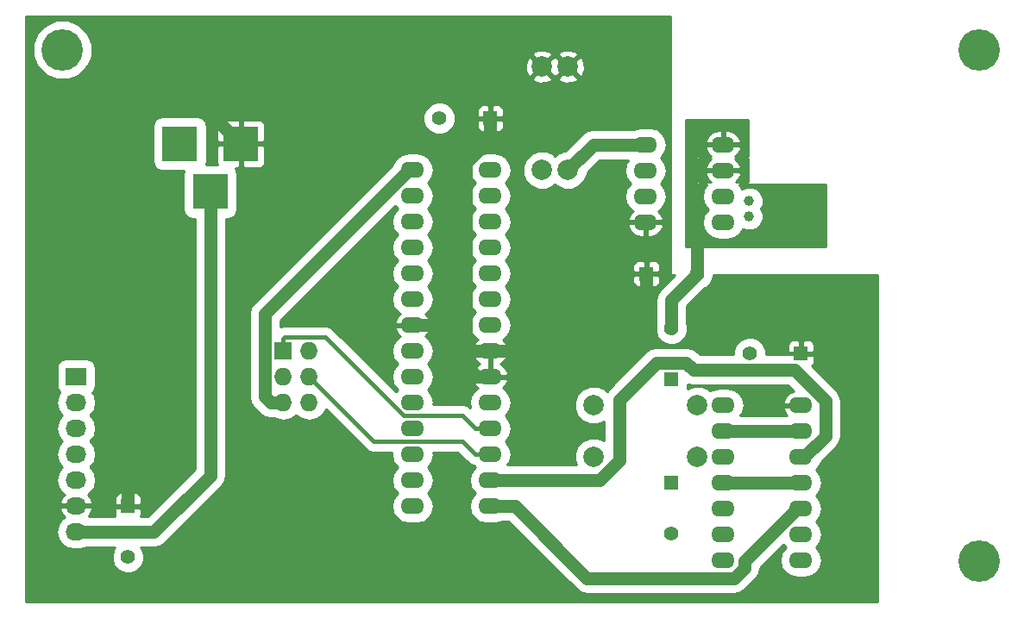
<source format=gbr>
G04 #@! TF.FileFunction,Copper,L1,Top,Signal*
%FSLAX46Y46*%
G04 Gerber Fmt 4.6, Leading zero omitted, Abs format (unit mm)*
G04 Created by KiCad (PCBNEW (2015-12-07 BZR 6352)-product) date Sat 06 Feb 2016 07:57:05 PM EST*
%MOMM*%
G01*
G04 APERTURE LIST*
%ADD10C,0.100000*%
%ADD11R,3.500120X3.500120*%
%ADD12O,2.300000X1.600000*%
%ADD13R,1.400000X1.400000*%
%ADD14C,1.400000*%
%ADD15R,1.727200X1.727200*%
%ADD16O,1.727200X1.727200*%
%ADD17C,1.998980*%
%ADD18C,1.000760*%
%ADD19C,4.064000*%
%ADD20R,2.032000X1.727200*%
%ADD21O,2.032000X1.727200*%
%ADD22C,1.270000*%
%ADD23C,0.431800*%
%ADD24C,0.254000*%
G04 APERTURE END LIST*
D10*
D11*
X22509480Y45950500D03*
X16510000Y45950500D03*
X19509740Y41251500D03*
D12*
X69850000Y20270500D03*
X69850000Y17730500D03*
X69850000Y15190500D03*
X69850000Y12650500D03*
X69850000Y10110500D03*
X69850000Y7570500D03*
X69850000Y5030500D03*
X77470000Y5030500D03*
X77470000Y7570500D03*
X77470000Y10110500D03*
X77470000Y12650500D03*
X77470000Y15190500D03*
X77470000Y17730500D03*
X77470000Y20270500D03*
D13*
X64770000Y12650500D03*
D14*
X64770000Y7650500D03*
D13*
X64770000Y22810500D03*
D14*
X64770000Y27810500D03*
D13*
X62310000Y33170500D03*
D14*
X67310000Y33170500D03*
D13*
X46990000Y48450500D03*
D14*
X41990000Y48450500D03*
D13*
X11430000Y10350500D03*
D14*
X11430000Y5350500D03*
D13*
X77470000Y25350500D03*
D14*
X72470000Y25350500D03*
D12*
X39370000Y43370500D03*
X39370000Y40830500D03*
X39370000Y38290500D03*
X39370000Y35750500D03*
X39370000Y33210500D03*
X39370000Y30670500D03*
X39370000Y28130500D03*
X39370000Y25590500D03*
X39370000Y23050500D03*
X39370000Y20510500D03*
X39370000Y17970500D03*
X39370000Y15430500D03*
X39370000Y12890500D03*
X39370000Y10350500D03*
X46990000Y10350500D03*
X46990000Y12890500D03*
X46990000Y15430500D03*
X46990000Y17970500D03*
X46990000Y20510500D03*
X46990000Y23050500D03*
X46990000Y25590500D03*
X46990000Y28130500D03*
X46990000Y30670500D03*
X46990000Y33210500D03*
X46990000Y35750500D03*
X46990000Y38290500D03*
X46990000Y40830500D03*
X46990000Y43370500D03*
D15*
X26670000Y25590500D03*
D16*
X29210000Y25590500D03*
X26670000Y23050500D03*
X29210000Y23050500D03*
X26670000Y20510500D03*
X29210000Y20510500D03*
D17*
X67310000Y15190500D03*
X57150000Y15190500D03*
X67310000Y20270500D03*
X57150000Y20270500D03*
D12*
X69850000Y38250500D03*
X69850000Y40790500D03*
X69850000Y43330500D03*
X69850000Y45870500D03*
X62230000Y45870500D03*
X62230000Y43330500D03*
X62230000Y40790500D03*
X62230000Y38250500D03*
D18*
X72390000Y40309800D03*
X72390000Y38811200D03*
D19*
X94990000Y55170500D03*
X4990000Y55170500D03*
X94990000Y4990500D03*
D17*
X52070000Y43370500D03*
X52070000Y53530500D03*
X54610000Y43370500D03*
X54610000Y53530500D03*
D20*
X6350000Y23090500D03*
D21*
X6350000Y20550500D03*
X6350000Y18010500D03*
X6350000Y15470500D03*
X6350000Y12930500D03*
X6350000Y10390500D03*
X6350000Y7850500D03*
D22*
X64770000Y27810500D02*
X64770000Y30630500D01*
X64770000Y30630500D02*
X67310000Y33170500D01*
X13970000Y7810500D02*
X13930000Y7850500D01*
X13930000Y7850500D02*
X6350000Y7850500D01*
X19509740Y13350240D02*
X13970000Y7810500D01*
X19509740Y41251500D02*
X19509740Y13350240D01*
X67310000Y33170500D02*
X67310000Y37020500D01*
X22509480Y45950500D02*
X19819619Y48640361D01*
X11430000Y46062262D02*
X11430000Y10350500D01*
X46990000Y25590500D02*
X56700000Y25590500D01*
X56700000Y25590500D02*
X62310000Y31200500D01*
X62310000Y31200500D02*
X62310000Y33170500D01*
X44570000Y27660500D02*
X44570000Y25590500D01*
X44570000Y25590500D02*
X44570000Y24200500D01*
X46990000Y25590500D02*
X44570000Y25590500D01*
X44570000Y24200500D02*
X45720000Y23050500D01*
X45720000Y23050500D02*
X46990000Y23050500D01*
X44570000Y27660500D02*
X44100000Y28130500D01*
X44100000Y28130500D02*
X39370000Y28130500D01*
X46990000Y48450500D02*
X46990000Y46480500D01*
X46640000Y25590500D02*
X46990000Y25590500D01*
X46990000Y46480500D02*
X44570000Y44060500D01*
X44570000Y44060500D02*
X44570000Y27660500D01*
X26670000Y20510500D02*
X25448686Y20510500D01*
X25448686Y20510500D02*
X24866599Y21092587D01*
X24866599Y21092587D02*
X24866599Y29217099D01*
X24866599Y29217099D02*
X39020000Y43370500D01*
X39020000Y43370500D02*
X39370000Y43370500D01*
X77470000Y10110500D02*
X77120000Y10110500D01*
X77120000Y10110500D02*
X71939810Y4930310D01*
X71939810Y4930310D02*
X71939810Y4309848D01*
X70920652Y3290690D02*
X56469810Y3290690D01*
X71939810Y4309848D02*
X70920652Y3290690D01*
X56469810Y3290690D02*
X49410000Y10350500D01*
X49410000Y10350500D02*
X46990000Y10350500D01*
X57720152Y12890500D02*
X46990000Y12890500D01*
X59690000Y20822142D02*
X59690000Y14860348D01*
X59690000Y14860348D02*
X57720152Y12890500D01*
X77470000Y15190500D02*
X77820000Y15190500D01*
X77820000Y15190500D02*
X79890000Y17260500D01*
X79890000Y20660962D02*
X76840263Y23710699D01*
X79890000Y17260500D02*
X79890000Y20660962D01*
X66221841Y24450301D02*
X63318159Y24450301D01*
X76840263Y23710699D02*
X66961443Y23710699D01*
X66961443Y23710699D02*
X66221841Y24450301D01*
X63318159Y24450301D02*
X59690000Y20822142D01*
D23*
X29210000Y23050500D02*
X35559910Y16700590D01*
X35559910Y16700590D02*
X44239710Y16700590D01*
X44239710Y16700590D02*
X45509800Y15430500D01*
X45509800Y15430500D02*
X46990000Y15430500D01*
X26670000Y25590500D02*
X26670000Y26784300D01*
X26670000Y26784300D02*
X26809701Y26924001D01*
X26809701Y26924001D02*
X30810576Y26924001D01*
X30810576Y26924001D02*
X38494167Y19240410D01*
X38494167Y19240410D02*
X44239890Y19240410D01*
X44239890Y19240410D02*
X45509800Y17970500D01*
X45509800Y17970500D02*
X46990000Y17970500D01*
D22*
X62230000Y45870500D02*
X57110000Y45870500D01*
X57110000Y45870500D02*
X54610000Y43370500D01*
X69850000Y17730500D02*
X77470000Y17730500D01*
X69850000Y12650500D02*
X77470000Y12650500D01*
D24*
G36*
X72263000Y44727500D02*
X71033307Y44727500D01*
X71304500Y44945604D01*
X71574367Y45438681D01*
X71591904Y45521461D01*
X71469915Y45743500D01*
X69977000Y45743500D01*
X69977000Y45723500D01*
X69723000Y45723500D01*
X69723000Y45743500D01*
X68230085Y45743500D01*
X68108096Y45521461D01*
X68125633Y45438681D01*
X68395500Y44945604D01*
X68666693Y44727500D01*
X67310000Y44727500D01*
X67260590Y44717494D01*
X67218965Y44689053D01*
X67191685Y44646659D01*
X67183000Y44600500D01*
X67183000Y42060500D01*
X67193006Y42011090D01*
X67221447Y41969465D01*
X67263841Y41942185D01*
X67310000Y41933500D01*
X68231471Y41933500D01*
X67899621Y41436852D01*
X67771054Y40790500D01*
X67899621Y40144148D01*
X68265751Y39596197D01*
X68379039Y39520500D01*
X68265751Y39444803D01*
X67899621Y38896852D01*
X67771054Y38250500D01*
X67899621Y37604148D01*
X68265751Y37056197D01*
X68813702Y36690067D01*
X69460054Y36561500D01*
X70239946Y36561500D01*
X70886298Y36690067D01*
X71434249Y37056197D01*
X71772911Y37563039D01*
X72112423Y37422061D01*
X72665152Y37421579D01*
X73175993Y37632654D01*
X73567173Y38023152D01*
X73779139Y38533623D01*
X73779621Y39086352D01*
X73583485Y39561037D01*
X73779139Y40032223D01*
X73779621Y40584952D01*
X73568546Y41095793D01*
X73178048Y41486973D01*
X72667577Y41698939D01*
X72114848Y41699421D01*
X71730930Y41540789D01*
X71468529Y41933500D01*
X79883000Y41933500D01*
X79883000Y35837500D01*
X66167000Y35837500D01*
X66167000Y46219539D01*
X68108096Y46219539D01*
X68230085Y45997500D01*
X69723000Y45997500D01*
X69723000Y47305500D01*
X69977000Y47305500D01*
X69977000Y45997500D01*
X71469915Y45997500D01*
X71591904Y46219539D01*
X71574367Y46302319D01*
X71304500Y46795396D01*
X70866483Y47147666D01*
X70327000Y47305500D01*
X69977000Y47305500D01*
X69723000Y47305500D01*
X69373000Y47305500D01*
X68833517Y47147666D01*
X68395500Y46795396D01*
X68125633Y46302319D01*
X68108096Y46219539D01*
X66167000Y46219539D01*
X66167000Y48323500D01*
X72263000Y48323500D01*
X72263000Y44727500D01*
X72263000Y44727500D01*
G37*
X72263000Y44727500D02*
X71033307Y44727500D01*
X71304500Y44945604D01*
X71574367Y45438681D01*
X71591904Y45521461D01*
X71469915Y45743500D01*
X69977000Y45743500D01*
X69977000Y45723500D01*
X69723000Y45723500D01*
X69723000Y45743500D01*
X68230085Y45743500D01*
X68108096Y45521461D01*
X68125633Y45438681D01*
X68395500Y44945604D01*
X68666693Y44727500D01*
X67310000Y44727500D01*
X67260590Y44717494D01*
X67218965Y44689053D01*
X67191685Y44646659D01*
X67183000Y44600500D01*
X67183000Y42060500D01*
X67193006Y42011090D01*
X67221447Y41969465D01*
X67263841Y41942185D01*
X67310000Y41933500D01*
X68231471Y41933500D01*
X67899621Y41436852D01*
X67771054Y40790500D01*
X67899621Y40144148D01*
X68265751Y39596197D01*
X68379039Y39520500D01*
X68265751Y39444803D01*
X67899621Y38896852D01*
X67771054Y38250500D01*
X67899621Y37604148D01*
X68265751Y37056197D01*
X68813702Y36690067D01*
X69460054Y36561500D01*
X70239946Y36561500D01*
X70886298Y36690067D01*
X71434249Y37056197D01*
X71772911Y37563039D01*
X72112423Y37422061D01*
X72665152Y37421579D01*
X73175993Y37632654D01*
X73567173Y38023152D01*
X73779139Y38533623D01*
X73779621Y39086352D01*
X73583485Y39561037D01*
X73779139Y40032223D01*
X73779621Y40584952D01*
X73568546Y41095793D01*
X73178048Y41486973D01*
X72667577Y41698939D01*
X72114848Y41699421D01*
X71730930Y41540789D01*
X71468529Y41933500D01*
X79883000Y41933500D01*
X79883000Y35837500D01*
X66167000Y35837500D01*
X66167000Y46219539D01*
X68108096Y46219539D01*
X68230085Y45997500D01*
X69723000Y45997500D01*
X69723000Y47305500D01*
X69977000Y47305500D01*
X69977000Y45997500D01*
X71469915Y45997500D01*
X71591904Y46219539D01*
X71574367Y46302319D01*
X71304500Y46795396D01*
X70866483Y47147666D01*
X70327000Y47305500D01*
X69977000Y47305500D01*
X69723000Y47305500D01*
X69373000Y47305500D01*
X68833517Y47147666D01*
X68395500Y46795396D01*
X68125633Y46302319D01*
X68108096Y46219539D01*
X66167000Y46219539D01*
X66167000Y48323500D01*
X72263000Y48323500D01*
X72263000Y44727500D01*
G36*
X68395500Y44255396D02*
X68125633Y43762319D01*
X68108096Y43679539D01*
X68230085Y43457500D01*
X69723000Y43457500D01*
X69723000Y43477500D01*
X69977000Y43477500D01*
X69977000Y43457500D01*
X71469915Y43457500D01*
X71591904Y43679539D01*
X71574367Y43762319D01*
X71304500Y44255396D01*
X71033307Y44473500D01*
X72263000Y44473500D01*
X72263000Y42187500D01*
X71130892Y42187500D01*
X71077591Y42223115D01*
X71304500Y42405604D01*
X71574367Y42898681D01*
X71591904Y42981461D01*
X71469915Y43203500D01*
X69977000Y43203500D01*
X69977000Y43183500D01*
X69723000Y43183500D01*
X69723000Y43203500D01*
X68230085Y43203500D01*
X68108096Y42981461D01*
X68125633Y42898681D01*
X68395500Y42405604D01*
X68622409Y42223115D01*
X68569108Y42187500D01*
X67437000Y42187500D01*
X67437000Y44473500D01*
X68666693Y44473500D01*
X68395500Y44255396D01*
X68395500Y44255396D01*
G37*
X68395500Y44255396D02*
X68125633Y43762319D01*
X68108096Y43679539D01*
X68230085Y43457500D01*
X69723000Y43457500D01*
X69723000Y43477500D01*
X69977000Y43477500D01*
X69977000Y43457500D01*
X71469915Y43457500D01*
X71591904Y43679539D01*
X71574367Y43762319D01*
X71304500Y44255396D01*
X71033307Y44473500D01*
X72263000Y44473500D01*
X72263000Y42187500D01*
X71130892Y42187500D01*
X71077591Y42223115D01*
X71304500Y42405604D01*
X71574367Y42898681D01*
X71591904Y42981461D01*
X71469915Y43203500D01*
X69977000Y43203500D01*
X69977000Y43183500D01*
X69723000Y43183500D01*
X69723000Y43203500D01*
X68230085Y43203500D01*
X68108096Y42981461D01*
X68125633Y42898681D01*
X68395500Y42405604D01*
X68622409Y42223115D01*
X68569108Y42187500D01*
X67437000Y42187500D01*
X67437000Y44473500D01*
X68666693Y44473500D01*
X68395500Y44255396D01*
G36*
X64643000Y33210500D02*
X64653006Y33161090D01*
X64681447Y33119465D01*
X64723841Y33092185D01*
X64770000Y33083500D01*
X65067739Y33083500D01*
X63692369Y31708131D01*
X63362008Y31213710D01*
X63246000Y30630500D01*
X63246000Y28283829D01*
X63181277Y28127958D01*
X63180725Y27495815D01*
X63422126Y26911580D01*
X63868729Y26464197D01*
X64452542Y26221777D01*
X65084685Y26221225D01*
X65668920Y26462626D01*
X66116303Y26909229D01*
X66358723Y27493042D01*
X66359275Y28125185D01*
X66294000Y28283163D01*
X66294000Y29999238D01*
X68052936Y31758175D01*
X68208920Y31822626D01*
X68656303Y32269229D01*
X68898723Y32853042D01*
X68898924Y33083500D01*
X84963000Y33083500D01*
X84963000Y934500D01*
X1397000Y934500D01*
X1397000Y7850500D01*
X4407679Y7850500D01*
X4541088Y7179809D01*
X4921004Y6611225D01*
X5489588Y6231309D01*
X6160279Y6097900D01*
X6539721Y6097900D01*
X7210412Y6231309D01*
X7352875Y6326500D01*
X10158557Y6326500D01*
X10083697Y6251771D01*
X9841277Y5667958D01*
X9840725Y5035815D01*
X10082126Y4451580D01*
X10528729Y4004197D01*
X11112542Y3761777D01*
X11744685Y3761225D01*
X12328920Y4002626D01*
X12776303Y4449229D01*
X13018723Y5033042D01*
X13019275Y5665185D01*
X12777874Y6249420D01*
X12700928Y6326500D01*
X13768902Y6326500D01*
X13970000Y6286499D01*
X14553209Y6402507D01*
X15047631Y6732869D01*
X20587368Y12272607D01*
X20587371Y12272609D01*
X20917732Y12767030D01*
X21033740Y13350240D01*
X21033740Y29217099D01*
X23342599Y29217099D01*
X23342599Y21092587D01*
X23458607Y20509377D01*
X23784467Y20021692D01*
X23788968Y20014956D01*
X24371055Y19432869D01*
X24865476Y19102508D01*
X25448686Y18986500D01*
X25822511Y18986500D01*
X25964974Y18891309D01*
X26635665Y18757900D01*
X26704335Y18757900D01*
X27375026Y18891309D01*
X27940000Y19268813D01*
X28504974Y18891309D01*
X29175665Y18757900D01*
X29244335Y18757900D01*
X29915026Y18891309D01*
X30483610Y19271225D01*
X30861363Y19836573D01*
X34778628Y15919308D01*
X35137083Y15679796D01*
X35559910Y15595690D01*
X37323912Y15595690D01*
X37291054Y15430500D01*
X37419621Y14784148D01*
X37785751Y14236197D01*
X37899039Y14160500D01*
X37785751Y14084803D01*
X37419621Y13536852D01*
X37291054Y12890500D01*
X37419621Y12244148D01*
X37785751Y11696197D01*
X37899039Y11620500D01*
X37785751Y11544803D01*
X37419621Y10996852D01*
X37291054Y10350500D01*
X37419621Y9704148D01*
X37785751Y9156197D01*
X38333702Y8790067D01*
X38980054Y8661500D01*
X39759946Y8661500D01*
X40406298Y8790067D01*
X40954249Y9156197D01*
X41320379Y9704148D01*
X41448946Y10350500D01*
X41320379Y10996852D01*
X40954249Y11544803D01*
X40840961Y11620500D01*
X40954249Y11696197D01*
X41320379Y12244148D01*
X41448946Y12890500D01*
X41320379Y13536852D01*
X40954249Y14084803D01*
X40840961Y14160500D01*
X40954249Y14236197D01*
X41320379Y14784148D01*
X41448946Y15430500D01*
X41416088Y15595690D01*
X43782046Y15595690D01*
X44728518Y14649217D01*
X45086974Y14409705D01*
X45320908Y14363173D01*
X45405751Y14236197D01*
X45519039Y14160500D01*
X45405751Y14084803D01*
X45039621Y13536852D01*
X44911054Y12890500D01*
X45039621Y12244148D01*
X45405751Y11696197D01*
X45519039Y11620500D01*
X45405751Y11544803D01*
X45039621Y10996852D01*
X44911054Y10350500D01*
X45039621Y9704148D01*
X45405751Y9156197D01*
X45953702Y8790067D01*
X46600054Y8661500D01*
X47379946Y8661500D01*
X48026298Y8790067D01*
X48080824Y8826500D01*
X48778738Y8826500D01*
X55392179Y2213059D01*
X55886600Y1882698D01*
X56469810Y1766690D01*
X70920652Y1766690D01*
X71503862Y1882698D01*
X71998283Y2213059D01*
X73017441Y3232217D01*
X73211280Y3522318D01*
X73347802Y3726638D01*
X73461128Y4296366D01*
X75747647Y6582885D01*
X75885751Y6376197D01*
X75999039Y6300500D01*
X75885751Y6224803D01*
X75519621Y5676852D01*
X75391054Y5030500D01*
X75519621Y4384148D01*
X75885751Y3836197D01*
X76433702Y3470067D01*
X77080054Y3341500D01*
X77859946Y3341500D01*
X78506298Y3470067D01*
X79054249Y3836197D01*
X79420379Y4384148D01*
X79548946Y5030500D01*
X79420379Y5676852D01*
X79054249Y6224803D01*
X78940961Y6300500D01*
X79054249Y6376197D01*
X79420379Y6924148D01*
X79548946Y7570500D01*
X79420379Y8216852D01*
X79054249Y8764803D01*
X78940961Y8840500D01*
X79054249Y8916197D01*
X79420379Y9464148D01*
X79548946Y10110500D01*
X79420379Y10756852D01*
X79054249Y11304803D01*
X78940961Y11380500D01*
X79054249Y11456197D01*
X79420379Y12004148D01*
X79548946Y12650500D01*
X79420379Y13296852D01*
X79054249Y13844803D01*
X78940961Y13920500D01*
X79054249Y13996197D01*
X79420379Y14544148D01*
X79443091Y14658329D01*
X80967631Y16182869D01*
X81033534Y16281500D01*
X81297992Y16677290D01*
X81414000Y17260500D01*
X81414000Y20660962D01*
X81297992Y21244172D01*
X80967631Y21738593D01*
X80967628Y21738595D01*
X78561874Y24144349D01*
X78708327Y24290801D01*
X78805000Y24524190D01*
X78805000Y25064750D01*
X78646250Y25223500D01*
X77597000Y25223500D01*
X77597000Y25203500D01*
X77343000Y25203500D01*
X77343000Y25223500D01*
X76896564Y25223500D01*
X76840263Y25234699D01*
X74058899Y25234699D01*
X74059275Y25665185D01*
X73847876Y26176810D01*
X76135000Y26176810D01*
X76135000Y25636250D01*
X76293750Y25477500D01*
X77343000Y25477500D01*
X77343000Y26526750D01*
X77597000Y26526750D01*
X77597000Y25477500D01*
X78646250Y25477500D01*
X78805000Y25636250D01*
X78805000Y26176810D01*
X78708327Y26410199D01*
X78529698Y26588827D01*
X78296309Y26685500D01*
X77755750Y26685500D01*
X77597000Y26526750D01*
X77343000Y26526750D01*
X77184250Y26685500D01*
X76643691Y26685500D01*
X76410302Y26588827D01*
X76231673Y26410199D01*
X76135000Y26176810D01*
X73847876Y26176810D01*
X73817874Y26249420D01*
X73371271Y26696803D01*
X72787458Y26939223D01*
X72155315Y26939775D01*
X71571080Y26698374D01*
X71123697Y26251771D01*
X70881277Y25667958D01*
X70880899Y25234699D01*
X67592705Y25234699D01*
X67299472Y25527932D01*
X67089908Y25667958D01*
X66805051Y25858293D01*
X66221841Y25974301D01*
X63318164Y25974301D01*
X63318159Y25974302D01*
X62734950Y25858294D01*
X62734948Y25858293D01*
X62734949Y25858293D01*
X62240528Y25527932D01*
X62240526Y25527929D01*
X58612369Y21899773D01*
X58443805Y21647498D01*
X58221141Y21870551D01*
X57527292Y22158662D01*
X56776004Y22159317D01*
X56081654Y21872418D01*
X55549949Y21341641D01*
X55261838Y20647792D01*
X55261183Y19896504D01*
X55548082Y19202154D01*
X56078859Y18670449D01*
X56772708Y18382338D01*
X57523996Y18381683D01*
X58166000Y18646953D01*
X58166000Y16813448D01*
X57527292Y17078662D01*
X56776004Y17079317D01*
X56081654Y16792418D01*
X55549949Y16261641D01*
X55261838Y15567792D01*
X55261183Y14816504D01*
X55427287Y14414500D01*
X48693388Y14414500D01*
X48940379Y14784148D01*
X49068946Y15430500D01*
X48940379Y16076852D01*
X48574249Y16624803D01*
X48460961Y16700500D01*
X48574249Y16776197D01*
X48940379Y17324148D01*
X49068946Y17970500D01*
X48940379Y18616852D01*
X48574249Y19164803D01*
X48460961Y19240500D01*
X48574249Y19316197D01*
X48940379Y19864148D01*
X49068946Y20510500D01*
X48940379Y21156852D01*
X48574249Y21704803D01*
X48217591Y21943115D01*
X48444500Y22125604D01*
X48714367Y22618681D01*
X48731904Y22701461D01*
X48609915Y22923500D01*
X47117000Y22923500D01*
X47117000Y22903500D01*
X46863000Y22903500D01*
X46863000Y22923500D01*
X45370085Y22923500D01*
X45248096Y22701461D01*
X45265633Y22618681D01*
X45535500Y22125604D01*
X45762409Y21943115D01*
X45405751Y21704803D01*
X45039621Y21156852D01*
X44911054Y20510500D01*
X45006308Y20031624D01*
X44662717Y20261204D01*
X44239890Y20345310D01*
X41416088Y20345310D01*
X41448946Y20510500D01*
X41320379Y21156852D01*
X40954249Y21704803D01*
X40840961Y21780500D01*
X40954249Y21856197D01*
X41320379Y22404148D01*
X41448946Y23050500D01*
X41320379Y23696852D01*
X40954249Y24244803D01*
X40840961Y24320500D01*
X40954249Y24396197D01*
X41320379Y24944148D01*
X41379518Y25241461D01*
X45248096Y25241461D01*
X45265633Y25158681D01*
X45535500Y24665604D01*
X45964607Y24320500D01*
X45535500Y23975396D01*
X45265633Y23482319D01*
X45248096Y23399539D01*
X45370085Y23177500D01*
X46863000Y23177500D01*
X46863000Y25463500D01*
X47117000Y25463500D01*
X47117000Y23177500D01*
X48609915Y23177500D01*
X48731904Y23399539D01*
X48714367Y23482319D01*
X48444500Y23975396D01*
X48015393Y24320500D01*
X48444500Y24665604D01*
X48714367Y25158681D01*
X48731904Y25241461D01*
X48609915Y25463500D01*
X47117000Y25463500D01*
X46863000Y25463500D01*
X45370085Y25463500D01*
X45248096Y25241461D01*
X41379518Y25241461D01*
X41448946Y25590500D01*
X41320379Y26236852D01*
X40954249Y26784803D01*
X40597591Y27023115D01*
X40824500Y27205604D01*
X41094367Y27698681D01*
X41111904Y27781461D01*
X40989915Y28003500D01*
X39497000Y28003500D01*
X39497000Y27983500D01*
X39243000Y27983500D01*
X39243000Y28003500D01*
X37750085Y28003500D01*
X37628096Y27781461D01*
X37645633Y27698681D01*
X37915500Y27205604D01*
X38142409Y27023115D01*
X37785751Y26784803D01*
X37419621Y26236852D01*
X37291054Y25590500D01*
X37419621Y24944148D01*
X37785751Y24396197D01*
X37899039Y24320500D01*
X37785751Y24244803D01*
X37419621Y23696852D01*
X37291054Y23050500D01*
X37419621Y22404148D01*
X37785751Y21856197D01*
X37899039Y21780500D01*
X37785751Y21704803D01*
X37708281Y21588861D01*
X31591858Y27705283D01*
X31233403Y27944795D01*
X30810576Y28028901D01*
X26809701Y28028901D01*
X26390599Y27945536D01*
X26390599Y28585837D01*
X37647646Y39842885D01*
X37785751Y39636197D01*
X37899039Y39560500D01*
X37785751Y39484803D01*
X37419621Y38936852D01*
X37291054Y38290500D01*
X37419621Y37644148D01*
X37785751Y37096197D01*
X37899039Y37020500D01*
X37785751Y36944803D01*
X37419621Y36396852D01*
X37291054Y35750500D01*
X37419621Y35104148D01*
X37785751Y34556197D01*
X37899039Y34480500D01*
X37785751Y34404803D01*
X37419621Y33856852D01*
X37291054Y33210500D01*
X37419621Y32564148D01*
X37785751Y32016197D01*
X37899039Y31940500D01*
X37785751Y31864803D01*
X37419621Y31316852D01*
X37291054Y30670500D01*
X37419621Y30024148D01*
X37785751Y29476197D01*
X38142409Y29237885D01*
X37915500Y29055396D01*
X37645633Y28562319D01*
X37628096Y28479539D01*
X37750085Y28257500D01*
X39243000Y28257500D01*
X39243000Y28277500D01*
X39497000Y28277500D01*
X39497000Y28257500D01*
X40989915Y28257500D01*
X41111904Y28479539D01*
X41094367Y28562319D01*
X40824500Y29055396D01*
X40597591Y29237885D01*
X40954249Y29476197D01*
X41320379Y30024148D01*
X41448946Y30670500D01*
X41320379Y31316852D01*
X40954249Y31864803D01*
X40840961Y31940500D01*
X40954249Y32016197D01*
X41320379Y32564148D01*
X41448946Y33210500D01*
X41320379Y33856852D01*
X40954249Y34404803D01*
X40840961Y34480500D01*
X40954249Y34556197D01*
X41320379Y35104148D01*
X41448946Y35750500D01*
X41320379Y36396852D01*
X40954249Y36944803D01*
X40840961Y37020500D01*
X40954249Y37096197D01*
X41320379Y37644148D01*
X41448946Y38290500D01*
X41320379Y38936852D01*
X40954249Y39484803D01*
X40840961Y39560500D01*
X40954249Y39636197D01*
X41320379Y40184148D01*
X41448946Y40830500D01*
X41320379Y41476852D01*
X40954249Y42024803D01*
X40840961Y42100500D01*
X40954249Y42176197D01*
X41320379Y42724148D01*
X41448946Y43370500D01*
X44911054Y43370500D01*
X45039621Y42724148D01*
X45405751Y42176197D01*
X45519039Y42100500D01*
X45405751Y42024803D01*
X45039621Y41476852D01*
X44911054Y40830500D01*
X45039621Y40184148D01*
X45405751Y39636197D01*
X45519039Y39560500D01*
X45405751Y39484803D01*
X45039621Y38936852D01*
X44911054Y38290500D01*
X45039621Y37644148D01*
X45405751Y37096197D01*
X45519039Y37020500D01*
X45405751Y36944803D01*
X45039621Y36396852D01*
X44911054Y35750500D01*
X45039621Y35104148D01*
X45405751Y34556197D01*
X45519039Y34480500D01*
X45405751Y34404803D01*
X45039621Y33856852D01*
X44911054Y33210500D01*
X45039621Y32564148D01*
X45405751Y32016197D01*
X45519039Y31940500D01*
X45405751Y31864803D01*
X45039621Y31316852D01*
X44911054Y30670500D01*
X45039621Y30024148D01*
X45405751Y29476197D01*
X45519039Y29400500D01*
X45405751Y29324803D01*
X45039621Y28776852D01*
X44911054Y28130500D01*
X45039621Y27484148D01*
X45405751Y26936197D01*
X45762409Y26697885D01*
X45535500Y26515396D01*
X45265633Y26022319D01*
X45248096Y25939539D01*
X45370085Y25717500D01*
X46863000Y25717500D01*
X46863000Y25737500D01*
X47117000Y25737500D01*
X47117000Y25717500D01*
X48609915Y25717500D01*
X48731904Y25939539D01*
X48714367Y26022319D01*
X48444500Y26515396D01*
X48217591Y26697885D01*
X48574249Y26936197D01*
X48940379Y27484148D01*
X49068946Y28130500D01*
X48940379Y28776852D01*
X48574249Y29324803D01*
X48460961Y29400500D01*
X48574249Y29476197D01*
X48940379Y30024148D01*
X49068946Y30670500D01*
X48940379Y31316852D01*
X48574249Y31864803D01*
X48460961Y31940500D01*
X48574249Y32016197D01*
X48940379Y32564148D01*
X49004150Y32884750D01*
X60975000Y32884750D01*
X60975000Y32344190D01*
X61071673Y32110801D01*
X61250302Y31932173D01*
X61483691Y31835500D01*
X62024250Y31835500D01*
X62183000Y31994250D01*
X62183000Y33043500D01*
X62437000Y33043500D01*
X62437000Y31994250D01*
X62595750Y31835500D01*
X63136309Y31835500D01*
X63369698Y31932173D01*
X63548327Y32110801D01*
X63645000Y32344190D01*
X63645000Y32884750D01*
X63486250Y33043500D01*
X62437000Y33043500D01*
X62183000Y33043500D01*
X61133750Y33043500D01*
X60975000Y32884750D01*
X49004150Y32884750D01*
X49068946Y33210500D01*
X48940379Y33856852D01*
X48846862Y33996810D01*
X60975000Y33996810D01*
X60975000Y33456250D01*
X61133750Y33297500D01*
X62183000Y33297500D01*
X62183000Y34346750D01*
X62437000Y34346750D01*
X62437000Y33297500D01*
X63486250Y33297500D01*
X63645000Y33456250D01*
X63645000Y33996810D01*
X63548327Y34230199D01*
X63369698Y34408827D01*
X63136309Y34505500D01*
X62595750Y34505500D01*
X62437000Y34346750D01*
X62183000Y34346750D01*
X62024250Y34505500D01*
X61483691Y34505500D01*
X61250302Y34408827D01*
X61071673Y34230199D01*
X60975000Y33996810D01*
X48846862Y33996810D01*
X48574249Y34404803D01*
X48460961Y34480500D01*
X48574249Y34556197D01*
X48940379Y35104148D01*
X49068946Y35750500D01*
X48940379Y36396852D01*
X48574249Y36944803D01*
X48460961Y37020500D01*
X48574249Y37096197D01*
X48940379Y37644148D01*
X48991561Y37901461D01*
X60488096Y37901461D01*
X60505633Y37818681D01*
X60775500Y37325604D01*
X61213517Y36973334D01*
X61753000Y36815500D01*
X62103000Y36815500D01*
X62103000Y38123500D01*
X62357000Y38123500D01*
X62357000Y36815500D01*
X62707000Y36815500D01*
X63246483Y36973334D01*
X63684500Y37325604D01*
X63954367Y37818681D01*
X63971904Y37901461D01*
X63849915Y38123500D01*
X62357000Y38123500D01*
X62103000Y38123500D01*
X60610085Y38123500D01*
X60488096Y37901461D01*
X48991561Y37901461D01*
X49068946Y38290500D01*
X48940379Y38936852D01*
X48574249Y39484803D01*
X48460961Y39560500D01*
X48574249Y39636197D01*
X48940379Y40184148D01*
X49068946Y40830500D01*
X48940379Y41476852D01*
X48574249Y42024803D01*
X48460961Y42100500D01*
X48574249Y42176197D01*
X48940379Y42724148D01*
X48994553Y42996504D01*
X50181183Y42996504D01*
X50468082Y42302154D01*
X50998859Y41770449D01*
X51692708Y41482338D01*
X52443996Y41481683D01*
X53138346Y41768582D01*
X53339886Y41969770D01*
X53538859Y41770449D01*
X54232708Y41482338D01*
X54983996Y41481683D01*
X55678346Y41768582D01*
X56210051Y42299359D01*
X56498162Y42993208D01*
X56498258Y43103496D01*
X57741262Y44346500D01*
X60526612Y44346500D01*
X60279621Y43976852D01*
X60151054Y43330500D01*
X60279621Y42684148D01*
X60645751Y42136197D01*
X60759039Y42060500D01*
X60645751Y41984803D01*
X60279621Y41436852D01*
X60151054Y40790500D01*
X60279621Y40144148D01*
X60645751Y39596197D01*
X61002409Y39357885D01*
X60775500Y39175396D01*
X60505633Y38682319D01*
X60488096Y38599539D01*
X60610085Y38377500D01*
X62103000Y38377500D01*
X62103000Y38397500D01*
X62357000Y38397500D01*
X62357000Y38377500D01*
X63849915Y38377500D01*
X63971904Y38599539D01*
X63954367Y38682319D01*
X63684500Y39175396D01*
X63457591Y39357885D01*
X63814249Y39596197D01*
X64180379Y40144148D01*
X64308946Y40790500D01*
X64180379Y41436852D01*
X63814249Y41984803D01*
X63700961Y42060500D01*
X63814249Y42136197D01*
X64180379Y42684148D01*
X64308946Y43330500D01*
X64180379Y43976852D01*
X63814249Y44524803D01*
X63700961Y44600500D01*
X63814249Y44676197D01*
X64180379Y45224148D01*
X64308946Y45870500D01*
X64180379Y46516852D01*
X63814249Y47064803D01*
X63266298Y47430933D01*
X62619946Y47559500D01*
X61840054Y47559500D01*
X61193702Y47430933D01*
X61139176Y47394500D01*
X57110000Y47394500D01*
X56526791Y47278493D01*
X56032369Y46948131D01*
X54343461Y45259223D01*
X54236004Y45259317D01*
X53541654Y44972418D01*
X53340114Y44771230D01*
X53141141Y44970551D01*
X52447292Y45258662D01*
X51696004Y45259317D01*
X51001654Y44972418D01*
X50469949Y44441641D01*
X50181838Y43747792D01*
X50181183Y42996504D01*
X48994553Y42996504D01*
X49068946Y43370500D01*
X48940379Y44016852D01*
X48574249Y44564803D01*
X48026298Y44930933D01*
X47379946Y45059500D01*
X46600054Y45059500D01*
X45953702Y44930933D01*
X45405751Y44564803D01*
X45039621Y44016852D01*
X44911054Y43370500D01*
X41448946Y43370500D01*
X41320379Y44016852D01*
X40954249Y44564803D01*
X40406298Y44930933D01*
X39759946Y45059500D01*
X38980054Y45059500D01*
X38333702Y44930933D01*
X37785751Y44564803D01*
X37419621Y44016852D01*
X37396909Y43902670D01*
X23788968Y30294730D01*
X23458607Y29800309D01*
X23342599Y29217099D01*
X21033740Y29217099D01*
X21033740Y38595024D01*
X21259800Y38595024D01*
X21589244Y38657013D01*
X21891817Y38851714D01*
X22094803Y39148793D01*
X22166216Y39501440D01*
X22166216Y43001560D01*
X22104227Y43331004D01*
X21953371Y43565440D01*
X22223730Y43565440D01*
X22382480Y43724190D01*
X22382480Y45823500D01*
X22636480Y45823500D01*
X22636480Y43724190D01*
X22795230Y43565440D01*
X24385849Y43565440D01*
X24619238Y43662113D01*
X24797867Y43840741D01*
X24894540Y44074130D01*
X24894540Y45664750D01*
X24735790Y45823500D01*
X22636480Y45823500D01*
X22382480Y45823500D01*
X20283170Y45823500D01*
X20124420Y45664750D01*
X20124420Y44074130D01*
X20193243Y43907976D01*
X19107250Y43907976D01*
X19166476Y44200440D01*
X19166476Y47700560D01*
X19142710Y47826870D01*
X20124420Y47826870D01*
X20124420Y46236250D01*
X20283170Y46077500D01*
X22382480Y46077500D01*
X22382480Y48176810D01*
X22636480Y48176810D01*
X22636480Y46077500D01*
X24735790Y46077500D01*
X24894540Y46236250D01*
X24894540Y47826870D01*
X24797867Y48060259D01*
X24722311Y48135815D01*
X40400725Y48135815D01*
X40642126Y47551580D01*
X41088729Y47104197D01*
X41672542Y46861777D01*
X42304685Y46861225D01*
X42888920Y47102626D01*
X43336303Y47549229D01*
X43578723Y48133042D01*
X43578750Y48164750D01*
X45655000Y48164750D01*
X45655000Y47624190D01*
X45751673Y47390801D01*
X45930302Y47212173D01*
X46163691Y47115500D01*
X46704250Y47115500D01*
X46863000Y47274250D01*
X46863000Y48323500D01*
X47117000Y48323500D01*
X47117000Y47274250D01*
X47275750Y47115500D01*
X47816309Y47115500D01*
X48049698Y47212173D01*
X48228327Y47390801D01*
X48325000Y47624190D01*
X48325000Y48164750D01*
X48166250Y48323500D01*
X47117000Y48323500D01*
X46863000Y48323500D01*
X45813750Y48323500D01*
X45655000Y48164750D01*
X43578750Y48164750D01*
X43579275Y48765185D01*
X43367876Y49276810D01*
X45655000Y49276810D01*
X45655000Y48736250D01*
X45813750Y48577500D01*
X46863000Y48577500D01*
X46863000Y49626750D01*
X47117000Y49626750D01*
X47117000Y48577500D01*
X48166250Y48577500D01*
X48325000Y48736250D01*
X48325000Y49276810D01*
X48228327Y49510199D01*
X48049698Y49688827D01*
X47816309Y49785500D01*
X47275750Y49785500D01*
X47117000Y49626750D01*
X46863000Y49626750D01*
X46704250Y49785500D01*
X46163691Y49785500D01*
X45930302Y49688827D01*
X45751673Y49510199D01*
X45655000Y49276810D01*
X43367876Y49276810D01*
X43337874Y49349420D01*
X42891271Y49796803D01*
X42307458Y50039223D01*
X41675315Y50039775D01*
X41091080Y49798374D01*
X40643697Y49351771D01*
X40401277Y48767958D01*
X40400725Y48135815D01*
X24722311Y48135815D01*
X24619238Y48238887D01*
X24385849Y48335560D01*
X22795230Y48335560D01*
X22636480Y48176810D01*
X22382480Y48176810D01*
X22223730Y48335560D01*
X20633111Y48335560D01*
X20399722Y48238887D01*
X20221093Y48060259D01*
X20124420Y47826870D01*
X19142710Y47826870D01*
X19104487Y48030004D01*
X18909786Y48332577D01*
X18612707Y48535563D01*
X18260060Y48606976D01*
X14759940Y48606976D01*
X14430496Y48544987D01*
X14127923Y48350286D01*
X13924937Y48053207D01*
X13853524Y47700560D01*
X13853524Y44200440D01*
X13915513Y43870996D01*
X14110214Y43568423D01*
X14407293Y43365437D01*
X14759940Y43294024D01*
X16912490Y43294024D01*
X16853264Y43001560D01*
X16853264Y39501440D01*
X16915253Y39171996D01*
X17109954Y38869423D01*
X17407033Y38666437D01*
X17759680Y38595024D01*
X17985740Y38595024D01*
X17985740Y13981501D01*
X13378738Y9374500D01*
X12702996Y9374500D01*
X12765000Y9524191D01*
X12765000Y10064750D01*
X12606250Y10223500D01*
X11557000Y10223500D01*
X11557000Y10203500D01*
X11303000Y10203500D01*
X11303000Y10223500D01*
X10253750Y10223500D01*
X10095000Y10064750D01*
X10095000Y9524191D01*
X10157004Y9374500D01*
X7573179Y9374500D01*
X7700732Y9488464D01*
X7954709Y10015709D01*
X7957358Y10031474D01*
X7836217Y10263500D01*
X6477000Y10263500D01*
X6477000Y10243500D01*
X6223000Y10243500D01*
X6223000Y10263500D01*
X4863783Y10263500D01*
X4742642Y10031474D01*
X4745291Y10015709D01*
X4999268Y9488464D01*
X5221082Y9290281D01*
X4921004Y9089775D01*
X4541088Y8521191D01*
X4407679Y7850500D01*
X1397000Y7850500D01*
X1397000Y20550500D01*
X4407679Y20550500D01*
X4541088Y19879809D01*
X4921004Y19311225D01*
X4966987Y19280500D01*
X4921004Y19249775D01*
X4541088Y18681191D01*
X4407679Y18010500D01*
X4541088Y17339809D01*
X4921004Y16771225D01*
X4966987Y16740500D01*
X4921004Y16709775D01*
X4541088Y16141191D01*
X4407679Y15470500D01*
X4541088Y14799809D01*
X4921004Y14231225D01*
X4966987Y14200500D01*
X4921004Y14169775D01*
X4541088Y13601191D01*
X4407679Y12930500D01*
X4541088Y12259809D01*
X4921004Y11691225D01*
X5221082Y11490719D01*
X4999268Y11292536D01*
X4745291Y10765291D01*
X4742642Y10749526D01*
X4863783Y10517500D01*
X6223000Y10517500D01*
X6223000Y10537500D01*
X6477000Y10537500D01*
X6477000Y10517500D01*
X7836217Y10517500D01*
X7957358Y10749526D01*
X7954709Y10765291D01*
X7756479Y11176809D01*
X10095000Y11176809D01*
X10095000Y10636250D01*
X10253750Y10477500D01*
X11303000Y10477500D01*
X11303000Y11526750D01*
X11557000Y11526750D01*
X11557000Y10477500D01*
X12606250Y10477500D01*
X12765000Y10636250D01*
X12765000Y11176809D01*
X12668327Y11410198D01*
X12489699Y11588827D01*
X12256310Y11685500D01*
X11715750Y11685500D01*
X11557000Y11526750D01*
X11303000Y11526750D01*
X11144250Y11685500D01*
X10603690Y11685500D01*
X10370301Y11588827D01*
X10191673Y11410198D01*
X10095000Y11176809D01*
X7756479Y11176809D01*
X7700732Y11292536D01*
X7478918Y11490719D01*
X7778996Y11691225D01*
X8158912Y12259809D01*
X8292321Y12930500D01*
X8158912Y13601191D01*
X7778996Y14169775D01*
X7733013Y14200500D01*
X7778996Y14231225D01*
X8158912Y14799809D01*
X8292321Y15470500D01*
X8158912Y16141191D01*
X7778996Y16709775D01*
X7733013Y16740500D01*
X7778996Y16771225D01*
X8158912Y17339809D01*
X8292321Y18010500D01*
X8158912Y18681191D01*
X7778996Y19249775D01*
X7733013Y19280500D01*
X7778996Y19311225D01*
X8158912Y19879809D01*
X8292321Y20550500D01*
X8158912Y21221191D01*
X7944194Y21542539D01*
X7998017Y21577174D01*
X8201003Y21874253D01*
X8272416Y22226900D01*
X8272416Y23954100D01*
X8210427Y24283544D01*
X8015726Y24586117D01*
X7718647Y24789103D01*
X7366000Y24860516D01*
X5334000Y24860516D01*
X5004556Y24798527D01*
X4701983Y24603826D01*
X4498997Y24306747D01*
X4427584Y23954100D01*
X4427584Y22226900D01*
X4489573Y21897456D01*
X4684274Y21594883D01*
X4757397Y21544920D01*
X4541088Y21221191D01*
X4407679Y20550500D01*
X1397000Y20550500D01*
X1397000Y54592026D01*
X2068494Y54592026D01*
X2512253Y53518048D01*
X3333226Y52695640D01*
X4406428Y52250008D01*
X5568474Y52248994D01*
X5881507Y52378337D01*
X51097443Y52378337D01*
X51196042Y52111535D01*
X51805582Y51885099D01*
X52455377Y51909159D01*
X52943958Y52111535D01*
X53042557Y52378337D01*
X53637443Y52378337D01*
X53736042Y52111535D01*
X54345582Y51885099D01*
X54995377Y51909159D01*
X55483958Y52111535D01*
X55582557Y52378337D01*
X54610000Y53350895D01*
X53637443Y52378337D01*
X53042557Y52378337D01*
X52070000Y53350895D01*
X51097443Y52378337D01*
X5881507Y52378337D01*
X6642452Y52692753D01*
X7464860Y53513726D01*
X7581621Y53794918D01*
X50424599Y53794918D01*
X50448659Y53145123D01*
X50651035Y52656542D01*
X50917837Y52557943D01*
X51890395Y53530500D01*
X52249605Y53530500D01*
X53222163Y52557943D01*
X53340000Y52601491D01*
X53457837Y52557943D01*
X54430395Y53530500D01*
X54789605Y53530500D01*
X55762163Y52557943D01*
X56028965Y52656542D01*
X56255401Y53266082D01*
X56231341Y53915877D01*
X56028965Y54404458D01*
X55762163Y54503057D01*
X54789605Y53530500D01*
X54430395Y53530500D01*
X53457837Y54503057D01*
X53340000Y54459509D01*
X53222163Y54503057D01*
X52249605Y53530500D01*
X51890395Y53530500D01*
X50917837Y54503057D01*
X50651035Y54404458D01*
X50424599Y53794918D01*
X7581621Y53794918D01*
X7910492Y54586928D01*
X7910575Y54682663D01*
X51097443Y54682663D01*
X52070000Y53710105D01*
X53042557Y54682663D01*
X53637443Y54682663D01*
X54610000Y53710105D01*
X55582557Y54682663D01*
X55483958Y54949465D01*
X54874418Y55175901D01*
X54224623Y55151841D01*
X53736042Y54949465D01*
X53637443Y54682663D01*
X53042557Y54682663D01*
X52943958Y54949465D01*
X52334418Y55175901D01*
X51684623Y55151841D01*
X51196042Y54949465D01*
X51097443Y54682663D01*
X7910575Y54682663D01*
X7911506Y55748974D01*
X7467747Y56822952D01*
X6646774Y57645360D01*
X5573572Y58090992D01*
X4411526Y58092006D01*
X3337548Y57648247D01*
X2515140Y56827274D01*
X2069508Y55754072D01*
X2068494Y54592026D01*
X1397000Y54592026D01*
X1397000Y58483500D01*
X64643000Y58483500D01*
X64643000Y33210500D01*
X64643000Y33210500D01*
G37*
X64643000Y33210500D02*
X64653006Y33161090D01*
X64681447Y33119465D01*
X64723841Y33092185D01*
X64770000Y33083500D01*
X65067739Y33083500D01*
X63692369Y31708131D01*
X63362008Y31213710D01*
X63246000Y30630500D01*
X63246000Y28283829D01*
X63181277Y28127958D01*
X63180725Y27495815D01*
X63422126Y26911580D01*
X63868729Y26464197D01*
X64452542Y26221777D01*
X65084685Y26221225D01*
X65668920Y26462626D01*
X66116303Y26909229D01*
X66358723Y27493042D01*
X66359275Y28125185D01*
X66294000Y28283163D01*
X66294000Y29999238D01*
X68052936Y31758175D01*
X68208920Y31822626D01*
X68656303Y32269229D01*
X68898723Y32853042D01*
X68898924Y33083500D01*
X84963000Y33083500D01*
X84963000Y934500D01*
X1397000Y934500D01*
X1397000Y7850500D01*
X4407679Y7850500D01*
X4541088Y7179809D01*
X4921004Y6611225D01*
X5489588Y6231309D01*
X6160279Y6097900D01*
X6539721Y6097900D01*
X7210412Y6231309D01*
X7352875Y6326500D01*
X10158557Y6326500D01*
X10083697Y6251771D01*
X9841277Y5667958D01*
X9840725Y5035815D01*
X10082126Y4451580D01*
X10528729Y4004197D01*
X11112542Y3761777D01*
X11744685Y3761225D01*
X12328920Y4002626D01*
X12776303Y4449229D01*
X13018723Y5033042D01*
X13019275Y5665185D01*
X12777874Y6249420D01*
X12700928Y6326500D01*
X13768902Y6326500D01*
X13970000Y6286499D01*
X14553209Y6402507D01*
X15047631Y6732869D01*
X20587368Y12272607D01*
X20587371Y12272609D01*
X20917732Y12767030D01*
X21033740Y13350240D01*
X21033740Y29217099D01*
X23342599Y29217099D01*
X23342599Y21092587D01*
X23458607Y20509377D01*
X23784467Y20021692D01*
X23788968Y20014956D01*
X24371055Y19432869D01*
X24865476Y19102508D01*
X25448686Y18986500D01*
X25822511Y18986500D01*
X25964974Y18891309D01*
X26635665Y18757900D01*
X26704335Y18757900D01*
X27375026Y18891309D01*
X27940000Y19268813D01*
X28504974Y18891309D01*
X29175665Y18757900D01*
X29244335Y18757900D01*
X29915026Y18891309D01*
X30483610Y19271225D01*
X30861363Y19836573D01*
X34778628Y15919308D01*
X35137083Y15679796D01*
X35559910Y15595690D01*
X37323912Y15595690D01*
X37291054Y15430500D01*
X37419621Y14784148D01*
X37785751Y14236197D01*
X37899039Y14160500D01*
X37785751Y14084803D01*
X37419621Y13536852D01*
X37291054Y12890500D01*
X37419621Y12244148D01*
X37785751Y11696197D01*
X37899039Y11620500D01*
X37785751Y11544803D01*
X37419621Y10996852D01*
X37291054Y10350500D01*
X37419621Y9704148D01*
X37785751Y9156197D01*
X38333702Y8790067D01*
X38980054Y8661500D01*
X39759946Y8661500D01*
X40406298Y8790067D01*
X40954249Y9156197D01*
X41320379Y9704148D01*
X41448946Y10350500D01*
X41320379Y10996852D01*
X40954249Y11544803D01*
X40840961Y11620500D01*
X40954249Y11696197D01*
X41320379Y12244148D01*
X41448946Y12890500D01*
X41320379Y13536852D01*
X40954249Y14084803D01*
X40840961Y14160500D01*
X40954249Y14236197D01*
X41320379Y14784148D01*
X41448946Y15430500D01*
X41416088Y15595690D01*
X43782046Y15595690D01*
X44728518Y14649217D01*
X45086974Y14409705D01*
X45320908Y14363173D01*
X45405751Y14236197D01*
X45519039Y14160500D01*
X45405751Y14084803D01*
X45039621Y13536852D01*
X44911054Y12890500D01*
X45039621Y12244148D01*
X45405751Y11696197D01*
X45519039Y11620500D01*
X45405751Y11544803D01*
X45039621Y10996852D01*
X44911054Y10350500D01*
X45039621Y9704148D01*
X45405751Y9156197D01*
X45953702Y8790067D01*
X46600054Y8661500D01*
X47379946Y8661500D01*
X48026298Y8790067D01*
X48080824Y8826500D01*
X48778738Y8826500D01*
X55392179Y2213059D01*
X55886600Y1882698D01*
X56469810Y1766690D01*
X70920652Y1766690D01*
X71503862Y1882698D01*
X71998283Y2213059D01*
X73017441Y3232217D01*
X73211280Y3522318D01*
X73347802Y3726638D01*
X73461128Y4296366D01*
X75747647Y6582885D01*
X75885751Y6376197D01*
X75999039Y6300500D01*
X75885751Y6224803D01*
X75519621Y5676852D01*
X75391054Y5030500D01*
X75519621Y4384148D01*
X75885751Y3836197D01*
X76433702Y3470067D01*
X77080054Y3341500D01*
X77859946Y3341500D01*
X78506298Y3470067D01*
X79054249Y3836197D01*
X79420379Y4384148D01*
X79548946Y5030500D01*
X79420379Y5676852D01*
X79054249Y6224803D01*
X78940961Y6300500D01*
X79054249Y6376197D01*
X79420379Y6924148D01*
X79548946Y7570500D01*
X79420379Y8216852D01*
X79054249Y8764803D01*
X78940961Y8840500D01*
X79054249Y8916197D01*
X79420379Y9464148D01*
X79548946Y10110500D01*
X79420379Y10756852D01*
X79054249Y11304803D01*
X78940961Y11380500D01*
X79054249Y11456197D01*
X79420379Y12004148D01*
X79548946Y12650500D01*
X79420379Y13296852D01*
X79054249Y13844803D01*
X78940961Y13920500D01*
X79054249Y13996197D01*
X79420379Y14544148D01*
X79443091Y14658329D01*
X80967631Y16182869D01*
X81033534Y16281500D01*
X81297992Y16677290D01*
X81414000Y17260500D01*
X81414000Y20660962D01*
X81297992Y21244172D01*
X80967631Y21738593D01*
X80967628Y21738595D01*
X78561874Y24144349D01*
X78708327Y24290801D01*
X78805000Y24524190D01*
X78805000Y25064750D01*
X78646250Y25223500D01*
X77597000Y25223500D01*
X77597000Y25203500D01*
X77343000Y25203500D01*
X77343000Y25223500D01*
X76896564Y25223500D01*
X76840263Y25234699D01*
X74058899Y25234699D01*
X74059275Y25665185D01*
X73847876Y26176810D01*
X76135000Y26176810D01*
X76135000Y25636250D01*
X76293750Y25477500D01*
X77343000Y25477500D01*
X77343000Y26526750D01*
X77597000Y26526750D01*
X77597000Y25477500D01*
X78646250Y25477500D01*
X78805000Y25636250D01*
X78805000Y26176810D01*
X78708327Y26410199D01*
X78529698Y26588827D01*
X78296309Y26685500D01*
X77755750Y26685500D01*
X77597000Y26526750D01*
X77343000Y26526750D01*
X77184250Y26685500D01*
X76643691Y26685500D01*
X76410302Y26588827D01*
X76231673Y26410199D01*
X76135000Y26176810D01*
X73847876Y26176810D01*
X73817874Y26249420D01*
X73371271Y26696803D01*
X72787458Y26939223D01*
X72155315Y26939775D01*
X71571080Y26698374D01*
X71123697Y26251771D01*
X70881277Y25667958D01*
X70880899Y25234699D01*
X67592705Y25234699D01*
X67299472Y25527932D01*
X67089908Y25667958D01*
X66805051Y25858293D01*
X66221841Y25974301D01*
X63318164Y25974301D01*
X63318159Y25974302D01*
X62734950Y25858294D01*
X62734948Y25858293D01*
X62734949Y25858293D01*
X62240528Y25527932D01*
X62240526Y25527929D01*
X58612369Y21899773D01*
X58443805Y21647498D01*
X58221141Y21870551D01*
X57527292Y22158662D01*
X56776004Y22159317D01*
X56081654Y21872418D01*
X55549949Y21341641D01*
X55261838Y20647792D01*
X55261183Y19896504D01*
X55548082Y19202154D01*
X56078859Y18670449D01*
X56772708Y18382338D01*
X57523996Y18381683D01*
X58166000Y18646953D01*
X58166000Y16813448D01*
X57527292Y17078662D01*
X56776004Y17079317D01*
X56081654Y16792418D01*
X55549949Y16261641D01*
X55261838Y15567792D01*
X55261183Y14816504D01*
X55427287Y14414500D01*
X48693388Y14414500D01*
X48940379Y14784148D01*
X49068946Y15430500D01*
X48940379Y16076852D01*
X48574249Y16624803D01*
X48460961Y16700500D01*
X48574249Y16776197D01*
X48940379Y17324148D01*
X49068946Y17970500D01*
X48940379Y18616852D01*
X48574249Y19164803D01*
X48460961Y19240500D01*
X48574249Y19316197D01*
X48940379Y19864148D01*
X49068946Y20510500D01*
X48940379Y21156852D01*
X48574249Y21704803D01*
X48217591Y21943115D01*
X48444500Y22125604D01*
X48714367Y22618681D01*
X48731904Y22701461D01*
X48609915Y22923500D01*
X47117000Y22923500D01*
X47117000Y22903500D01*
X46863000Y22903500D01*
X46863000Y22923500D01*
X45370085Y22923500D01*
X45248096Y22701461D01*
X45265633Y22618681D01*
X45535500Y22125604D01*
X45762409Y21943115D01*
X45405751Y21704803D01*
X45039621Y21156852D01*
X44911054Y20510500D01*
X45006308Y20031624D01*
X44662717Y20261204D01*
X44239890Y20345310D01*
X41416088Y20345310D01*
X41448946Y20510500D01*
X41320379Y21156852D01*
X40954249Y21704803D01*
X40840961Y21780500D01*
X40954249Y21856197D01*
X41320379Y22404148D01*
X41448946Y23050500D01*
X41320379Y23696852D01*
X40954249Y24244803D01*
X40840961Y24320500D01*
X40954249Y24396197D01*
X41320379Y24944148D01*
X41379518Y25241461D01*
X45248096Y25241461D01*
X45265633Y25158681D01*
X45535500Y24665604D01*
X45964607Y24320500D01*
X45535500Y23975396D01*
X45265633Y23482319D01*
X45248096Y23399539D01*
X45370085Y23177500D01*
X46863000Y23177500D01*
X46863000Y25463500D01*
X47117000Y25463500D01*
X47117000Y23177500D01*
X48609915Y23177500D01*
X48731904Y23399539D01*
X48714367Y23482319D01*
X48444500Y23975396D01*
X48015393Y24320500D01*
X48444500Y24665604D01*
X48714367Y25158681D01*
X48731904Y25241461D01*
X48609915Y25463500D01*
X47117000Y25463500D01*
X46863000Y25463500D01*
X45370085Y25463500D01*
X45248096Y25241461D01*
X41379518Y25241461D01*
X41448946Y25590500D01*
X41320379Y26236852D01*
X40954249Y26784803D01*
X40597591Y27023115D01*
X40824500Y27205604D01*
X41094367Y27698681D01*
X41111904Y27781461D01*
X40989915Y28003500D01*
X39497000Y28003500D01*
X39497000Y27983500D01*
X39243000Y27983500D01*
X39243000Y28003500D01*
X37750085Y28003500D01*
X37628096Y27781461D01*
X37645633Y27698681D01*
X37915500Y27205604D01*
X38142409Y27023115D01*
X37785751Y26784803D01*
X37419621Y26236852D01*
X37291054Y25590500D01*
X37419621Y24944148D01*
X37785751Y24396197D01*
X37899039Y24320500D01*
X37785751Y24244803D01*
X37419621Y23696852D01*
X37291054Y23050500D01*
X37419621Y22404148D01*
X37785751Y21856197D01*
X37899039Y21780500D01*
X37785751Y21704803D01*
X37708281Y21588861D01*
X31591858Y27705283D01*
X31233403Y27944795D01*
X30810576Y28028901D01*
X26809701Y28028901D01*
X26390599Y27945536D01*
X26390599Y28585837D01*
X37647646Y39842885D01*
X37785751Y39636197D01*
X37899039Y39560500D01*
X37785751Y39484803D01*
X37419621Y38936852D01*
X37291054Y38290500D01*
X37419621Y37644148D01*
X37785751Y37096197D01*
X37899039Y37020500D01*
X37785751Y36944803D01*
X37419621Y36396852D01*
X37291054Y35750500D01*
X37419621Y35104148D01*
X37785751Y34556197D01*
X37899039Y34480500D01*
X37785751Y34404803D01*
X37419621Y33856852D01*
X37291054Y33210500D01*
X37419621Y32564148D01*
X37785751Y32016197D01*
X37899039Y31940500D01*
X37785751Y31864803D01*
X37419621Y31316852D01*
X37291054Y30670500D01*
X37419621Y30024148D01*
X37785751Y29476197D01*
X38142409Y29237885D01*
X37915500Y29055396D01*
X37645633Y28562319D01*
X37628096Y28479539D01*
X37750085Y28257500D01*
X39243000Y28257500D01*
X39243000Y28277500D01*
X39497000Y28277500D01*
X39497000Y28257500D01*
X40989915Y28257500D01*
X41111904Y28479539D01*
X41094367Y28562319D01*
X40824500Y29055396D01*
X40597591Y29237885D01*
X40954249Y29476197D01*
X41320379Y30024148D01*
X41448946Y30670500D01*
X41320379Y31316852D01*
X40954249Y31864803D01*
X40840961Y31940500D01*
X40954249Y32016197D01*
X41320379Y32564148D01*
X41448946Y33210500D01*
X41320379Y33856852D01*
X40954249Y34404803D01*
X40840961Y34480500D01*
X40954249Y34556197D01*
X41320379Y35104148D01*
X41448946Y35750500D01*
X41320379Y36396852D01*
X40954249Y36944803D01*
X40840961Y37020500D01*
X40954249Y37096197D01*
X41320379Y37644148D01*
X41448946Y38290500D01*
X41320379Y38936852D01*
X40954249Y39484803D01*
X40840961Y39560500D01*
X40954249Y39636197D01*
X41320379Y40184148D01*
X41448946Y40830500D01*
X41320379Y41476852D01*
X40954249Y42024803D01*
X40840961Y42100500D01*
X40954249Y42176197D01*
X41320379Y42724148D01*
X41448946Y43370500D01*
X44911054Y43370500D01*
X45039621Y42724148D01*
X45405751Y42176197D01*
X45519039Y42100500D01*
X45405751Y42024803D01*
X45039621Y41476852D01*
X44911054Y40830500D01*
X45039621Y40184148D01*
X45405751Y39636197D01*
X45519039Y39560500D01*
X45405751Y39484803D01*
X45039621Y38936852D01*
X44911054Y38290500D01*
X45039621Y37644148D01*
X45405751Y37096197D01*
X45519039Y37020500D01*
X45405751Y36944803D01*
X45039621Y36396852D01*
X44911054Y35750500D01*
X45039621Y35104148D01*
X45405751Y34556197D01*
X45519039Y34480500D01*
X45405751Y34404803D01*
X45039621Y33856852D01*
X44911054Y33210500D01*
X45039621Y32564148D01*
X45405751Y32016197D01*
X45519039Y31940500D01*
X45405751Y31864803D01*
X45039621Y31316852D01*
X44911054Y30670500D01*
X45039621Y30024148D01*
X45405751Y29476197D01*
X45519039Y29400500D01*
X45405751Y29324803D01*
X45039621Y28776852D01*
X44911054Y28130500D01*
X45039621Y27484148D01*
X45405751Y26936197D01*
X45762409Y26697885D01*
X45535500Y26515396D01*
X45265633Y26022319D01*
X45248096Y25939539D01*
X45370085Y25717500D01*
X46863000Y25717500D01*
X46863000Y25737500D01*
X47117000Y25737500D01*
X47117000Y25717500D01*
X48609915Y25717500D01*
X48731904Y25939539D01*
X48714367Y26022319D01*
X48444500Y26515396D01*
X48217591Y26697885D01*
X48574249Y26936197D01*
X48940379Y27484148D01*
X49068946Y28130500D01*
X48940379Y28776852D01*
X48574249Y29324803D01*
X48460961Y29400500D01*
X48574249Y29476197D01*
X48940379Y30024148D01*
X49068946Y30670500D01*
X48940379Y31316852D01*
X48574249Y31864803D01*
X48460961Y31940500D01*
X48574249Y32016197D01*
X48940379Y32564148D01*
X49004150Y32884750D01*
X60975000Y32884750D01*
X60975000Y32344190D01*
X61071673Y32110801D01*
X61250302Y31932173D01*
X61483691Y31835500D01*
X62024250Y31835500D01*
X62183000Y31994250D01*
X62183000Y33043500D01*
X62437000Y33043500D01*
X62437000Y31994250D01*
X62595750Y31835500D01*
X63136309Y31835500D01*
X63369698Y31932173D01*
X63548327Y32110801D01*
X63645000Y32344190D01*
X63645000Y32884750D01*
X63486250Y33043500D01*
X62437000Y33043500D01*
X62183000Y33043500D01*
X61133750Y33043500D01*
X60975000Y32884750D01*
X49004150Y32884750D01*
X49068946Y33210500D01*
X48940379Y33856852D01*
X48846862Y33996810D01*
X60975000Y33996810D01*
X60975000Y33456250D01*
X61133750Y33297500D01*
X62183000Y33297500D01*
X62183000Y34346750D01*
X62437000Y34346750D01*
X62437000Y33297500D01*
X63486250Y33297500D01*
X63645000Y33456250D01*
X63645000Y33996810D01*
X63548327Y34230199D01*
X63369698Y34408827D01*
X63136309Y34505500D01*
X62595750Y34505500D01*
X62437000Y34346750D01*
X62183000Y34346750D01*
X62024250Y34505500D01*
X61483691Y34505500D01*
X61250302Y34408827D01*
X61071673Y34230199D01*
X60975000Y33996810D01*
X48846862Y33996810D01*
X48574249Y34404803D01*
X48460961Y34480500D01*
X48574249Y34556197D01*
X48940379Y35104148D01*
X49068946Y35750500D01*
X48940379Y36396852D01*
X48574249Y36944803D01*
X48460961Y37020500D01*
X48574249Y37096197D01*
X48940379Y37644148D01*
X48991561Y37901461D01*
X60488096Y37901461D01*
X60505633Y37818681D01*
X60775500Y37325604D01*
X61213517Y36973334D01*
X61753000Y36815500D01*
X62103000Y36815500D01*
X62103000Y38123500D01*
X62357000Y38123500D01*
X62357000Y36815500D01*
X62707000Y36815500D01*
X63246483Y36973334D01*
X63684500Y37325604D01*
X63954367Y37818681D01*
X63971904Y37901461D01*
X63849915Y38123500D01*
X62357000Y38123500D01*
X62103000Y38123500D01*
X60610085Y38123500D01*
X60488096Y37901461D01*
X48991561Y37901461D01*
X49068946Y38290500D01*
X48940379Y38936852D01*
X48574249Y39484803D01*
X48460961Y39560500D01*
X48574249Y39636197D01*
X48940379Y40184148D01*
X49068946Y40830500D01*
X48940379Y41476852D01*
X48574249Y42024803D01*
X48460961Y42100500D01*
X48574249Y42176197D01*
X48940379Y42724148D01*
X48994553Y42996504D01*
X50181183Y42996504D01*
X50468082Y42302154D01*
X50998859Y41770449D01*
X51692708Y41482338D01*
X52443996Y41481683D01*
X53138346Y41768582D01*
X53339886Y41969770D01*
X53538859Y41770449D01*
X54232708Y41482338D01*
X54983996Y41481683D01*
X55678346Y41768582D01*
X56210051Y42299359D01*
X56498162Y42993208D01*
X56498258Y43103496D01*
X57741262Y44346500D01*
X60526612Y44346500D01*
X60279621Y43976852D01*
X60151054Y43330500D01*
X60279621Y42684148D01*
X60645751Y42136197D01*
X60759039Y42060500D01*
X60645751Y41984803D01*
X60279621Y41436852D01*
X60151054Y40790500D01*
X60279621Y40144148D01*
X60645751Y39596197D01*
X61002409Y39357885D01*
X60775500Y39175396D01*
X60505633Y38682319D01*
X60488096Y38599539D01*
X60610085Y38377500D01*
X62103000Y38377500D01*
X62103000Y38397500D01*
X62357000Y38397500D01*
X62357000Y38377500D01*
X63849915Y38377500D01*
X63971904Y38599539D01*
X63954367Y38682319D01*
X63684500Y39175396D01*
X63457591Y39357885D01*
X63814249Y39596197D01*
X64180379Y40144148D01*
X64308946Y40790500D01*
X64180379Y41436852D01*
X63814249Y41984803D01*
X63700961Y42060500D01*
X63814249Y42136197D01*
X64180379Y42684148D01*
X64308946Y43330500D01*
X64180379Y43976852D01*
X63814249Y44524803D01*
X63700961Y44600500D01*
X63814249Y44676197D01*
X64180379Y45224148D01*
X64308946Y45870500D01*
X64180379Y46516852D01*
X63814249Y47064803D01*
X63266298Y47430933D01*
X62619946Y47559500D01*
X61840054Y47559500D01*
X61193702Y47430933D01*
X61139176Y47394500D01*
X57110000Y47394500D01*
X56526791Y47278493D01*
X56032369Y46948131D01*
X54343461Y45259223D01*
X54236004Y45259317D01*
X53541654Y44972418D01*
X53340114Y44771230D01*
X53141141Y44970551D01*
X52447292Y45258662D01*
X51696004Y45259317D01*
X51001654Y44972418D01*
X50469949Y44441641D01*
X50181838Y43747792D01*
X50181183Y42996504D01*
X48994553Y42996504D01*
X49068946Y43370500D01*
X48940379Y44016852D01*
X48574249Y44564803D01*
X48026298Y44930933D01*
X47379946Y45059500D01*
X46600054Y45059500D01*
X45953702Y44930933D01*
X45405751Y44564803D01*
X45039621Y44016852D01*
X44911054Y43370500D01*
X41448946Y43370500D01*
X41320379Y44016852D01*
X40954249Y44564803D01*
X40406298Y44930933D01*
X39759946Y45059500D01*
X38980054Y45059500D01*
X38333702Y44930933D01*
X37785751Y44564803D01*
X37419621Y44016852D01*
X37396909Y43902670D01*
X23788968Y30294730D01*
X23458607Y29800309D01*
X23342599Y29217099D01*
X21033740Y29217099D01*
X21033740Y38595024D01*
X21259800Y38595024D01*
X21589244Y38657013D01*
X21891817Y38851714D01*
X22094803Y39148793D01*
X22166216Y39501440D01*
X22166216Y43001560D01*
X22104227Y43331004D01*
X21953371Y43565440D01*
X22223730Y43565440D01*
X22382480Y43724190D01*
X22382480Y45823500D01*
X22636480Y45823500D01*
X22636480Y43724190D01*
X22795230Y43565440D01*
X24385849Y43565440D01*
X24619238Y43662113D01*
X24797867Y43840741D01*
X24894540Y44074130D01*
X24894540Y45664750D01*
X24735790Y45823500D01*
X22636480Y45823500D01*
X22382480Y45823500D01*
X20283170Y45823500D01*
X20124420Y45664750D01*
X20124420Y44074130D01*
X20193243Y43907976D01*
X19107250Y43907976D01*
X19166476Y44200440D01*
X19166476Y47700560D01*
X19142710Y47826870D01*
X20124420Y47826870D01*
X20124420Y46236250D01*
X20283170Y46077500D01*
X22382480Y46077500D01*
X22382480Y48176810D01*
X22636480Y48176810D01*
X22636480Y46077500D01*
X24735790Y46077500D01*
X24894540Y46236250D01*
X24894540Y47826870D01*
X24797867Y48060259D01*
X24722311Y48135815D01*
X40400725Y48135815D01*
X40642126Y47551580D01*
X41088729Y47104197D01*
X41672542Y46861777D01*
X42304685Y46861225D01*
X42888920Y47102626D01*
X43336303Y47549229D01*
X43578723Y48133042D01*
X43578750Y48164750D01*
X45655000Y48164750D01*
X45655000Y47624190D01*
X45751673Y47390801D01*
X45930302Y47212173D01*
X46163691Y47115500D01*
X46704250Y47115500D01*
X46863000Y47274250D01*
X46863000Y48323500D01*
X47117000Y48323500D01*
X47117000Y47274250D01*
X47275750Y47115500D01*
X47816309Y47115500D01*
X48049698Y47212173D01*
X48228327Y47390801D01*
X48325000Y47624190D01*
X48325000Y48164750D01*
X48166250Y48323500D01*
X47117000Y48323500D01*
X46863000Y48323500D01*
X45813750Y48323500D01*
X45655000Y48164750D01*
X43578750Y48164750D01*
X43579275Y48765185D01*
X43367876Y49276810D01*
X45655000Y49276810D01*
X45655000Y48736250D01*
X45813750Y48577500D01*
X46863000Y48577500D01*
X46863000Y49626750D01*
X47117000Y49626750D01*
X47117000Y48577500D01*
X48166250Y48577500D01*
X48325000Y48736250D01*
X48325000Y49276810D01*
X48228327Y49510199D01*
X48049698Y49688827D01*
X47816309Y49785500D01*
X47275750Y49785500D01*
X47117000Y49626750D01*
X46863000Y49626750D01*
X46704250Y49785500D01*
X46163691Y49785500D01*
X45930302Y49688827D01*
X45751673Y49510199D01*
X45655000Y49276810D01*
X43367876Y49276810D01*
X43337874Y49349420D01*
X42891271Y49796803D01*
X42307458Y50039223D01*
X41675315Y50039775D01*
X41091080Y49798374D01*
X40643697Y49351771D01*
X40401277Y48767958D01*
X40400725Y48135815D01*
X24722311Y48135815D01*
X24619238Y48238887D01*
X24385849Y48335560D01*
X22795230Y48335560D01*
X22636480Y48176810D01*
X22382480Y48176810D01*
X22223730Y48335560D01*
X20633111Y48335560D01*
X20399722Y48238887D01*
X20221093Y48060259D01*
X20124420Y47826870D01*
X19142710Y47826870D01*
X19104487Y48030004D01*
X18909786Y48332577D01*
X18612707Y48535563D01*
X18260060Y48606976D01*
X14759940Y48606976D01*
X14430496Y48544987D01*
X14127923Y48350286D01*
X13924937Y48053207D01*
X13853524Y47700560D01*
X13853524Y44200440D01*
X13915513Y43870996D01*
X14110214Y43568423D01*
X14407293Y43365437D01*
X14759940Y43294024D01*
X16912490Y43294024D01*
X16853264Y43001560D01*
X16853264Y39501440D01*
X16915253Y39171996D01*
X17109954Y38869423D01*
X17407033Y38666437D01*
X17759680Y38595024D01*
X17985740Y38595024D01*
X17985740Y13981501D01*
X13378738Y9374500D01*
X12702996Y9374500D01*
X12765000Y9524191D01*
X12765000Y10064750D01*
X12606250Y10223500D01*
X11557000Y10223500D01*
X11557000Y10203500D01*
X11303000Y10203500D01*
X11303000Y10223500D01*
X10253750Y10223500D01*
X10095000Y10064750D01*
X10095000Y9524191D01*
X10157004Y9374500D01*
X7573179Y9374500D01*
X7700732Y9488464D01*
X7954709Y10015709D01*
X7957358Y10031474D01*
X7836217Y10263500D01*
X6477000Y10263500D01*
X6477000Y10243500D01*
X6223000Y10243500D01*
X6223000Y10263500D01*
X4863783Y10263500D01*
X4742642Y10031474D01*
X4745291Y10015709D01*
X4999268Y9488464D01*
X5221082Y9290281D01*
X4921004Y9089775D01*
X4541088Y8521191D01*
X4407679Y7850500D01*
X1397000Y7850500D01*
X1397000Y20550500D01*
X4407679Y20550500D01*
X4541088Y19879809D01*
X4921004Y19311225D01*
X4966987Y19280500D01*
X4921004Y19249775D01*
X4541088Y18681191D01*
X4407679Y18010500D01*
X4541088Y17339809D01*
X4921004Y16771225D01*
X4966987Y16740500D01*
X4921004Y16709775D01*
X4541088Y16141191D01*
X4407679Y15470500D01*
X4541088Y14799809D01*
X4921004Y14231225D01*
X4966987Y14200500D01*
X4921004Y14169775D01*
X4541088Y13601191D01*
X4407679Y12930500D01*
X4541088Y12259809D01*
X4921004Y11691225D01*
X5221082Y11490719D01*
X4999268Y11292536D01*
X4745291Y10765291D01*
X4742642Y10749526D01*
X4863783Y10517500D01*
X6223000Y10517500D01*
X6223000Y10537500D01*
X6477000Y10537500D01*
X6477000Y10517500D01*
X7836217Y10517500D01*
X7957358Y10749526D01*
X7954709Y10765291D01*
X7756479Y11176809D01*
X10095000Y11176809D01*
X10095000Y10636250D01*
X10253750Y10477500D01*
X11303000Y10477500D01*
X11303000Y11526750D01*
X11557000Y11526750D01*
X11557000Y10477500D01*
X12606250Y10477500D01*
X12765000Y10636250D01*
X12765000Y11176809D01*
X12668327Y11410198D01*
X12489699Y11588827D01*
X12256310Y11685500D01*
X11715750Y11685500D01*
X11557000Y11526750D01*
X11303000Y11526750D01*
X11144250Y11685500D01*
X10603690Y11685500D01*
X10370301Y11588827D01*
X10191673Y11410198D01*
X10095000Y11176809D01*
X7756479Y11176809D01*
X7700732Y11292536D01*
X7478918Y11490719D01*
X7778996Y11691225D01*
X8158912Y12259809D01*
X8292321Y12930500D01*
X8158912Y13601191D01*
X7778996Y14169775D01*
X7733013Y14200500D01*
X7778996Y14231225D01*
X8158912Y14799809D01*
X8292321Y15470500D01*
X8158912Y16141191D01*
X7778996Y16709775D01*
X7733013Y16740500D01*
X7778996Y16771225D01*
X8158912Y17339809D01*
X8292321Y18010500D01*
X8158912Y18681191D01*
X7778996Y19249775D01*
X7733013Y19280500D01*
X7778996Y19311225D01*
X8158912Y19879809D01*
X8292321Y20550500D01*
X8158912Y21221191D01*
X7944194Y21542539D01*
X7998017Y21577174D01*
X8201003Y21874253D01*
X8272416Y22226900D01*
X8272416Y23954100D01*
X8210427Y24283544D01*
X8015726Y24586117D01*
X7718647Y24789103D01*
X7366000Y24860516D01*
X5334000Y24860516D01*
X5004556Y24798527D01*
X4701983Y24603826D01*
X4498997Y24306747D01*
X4427584Y23954100D01*
X4427584Y22226900D01*
X4489573Y21897456D01*
X4684274Y21594883D01*
X4757397Y21544920D01*
X4541088Y21221191D01*
X4407679Y20550500D01*
X1397000Y20550500D01*
X1397000Y54592026D01*
X2068494Y54592026D01*
X2512253Y53518048D01*
X3333226Y52695640D01*
X4406428Y52250008D01*
X5568474Y52248994D01*
X5881507Y52378337D01*
X51097443Y52378337D01*
X51196042Y52111535D01*
X51805582Y51885099D01*
X52455377Y51909159D01*
X52943958Y52111535D01*
X53042557Y52378337D01*
X53637443Y52378337D01*
X53736042Y52111535D01*
X54345582Y51885099D01*
X54995377Y51909159D01*
X55483958Y52111535D01*
X55582557Y52378337D01*
X54610000Y53350895D01*
X53637443Y52378337D01*
X53042557Y52378337D01*
X52070000Y53350895D01*
X51097443Y52378337D01*
X5881507Y52378337D01*
X6642452Y52692753D01*
X7464860Y53513726D01*
X7581621Y53794918D01*
X50424599Y53794918D01*
X50448659Y53145123D01*
X50651035Y52656542D01*
X50917837Y52557943D01*
X51890395Y53530500D01*
X52249605Y53530500D01*
X53222163Y52557943D01*
X53340000Y52601491D01*
X53457837Y52557943D01*
X54430395Y53530500D01*
X54789605Y53530500D01*
X55762163Y52557943D01*
X56028965Y52656542D01*
X56255401Y53266082D01*
X56231341Y53915877D01*
X56028965Y54404458D01*
X55762163Y54503057D01*
X54789605Y53530500D01*
X54430395Y53530500D01*
X53457837Y54503057D01*
X53340000Y54459509D01*
X53222163Y54503057D01*
X52249605Y53530500D01*
X51890395Y53530500D01*
X50917837Y54503057D01*
X50651035Y54404458D01*
X50424599Y53794918D01*
X7581621Y53794918D01*
X7910492Y54586928D01*
X7910575Y54682663D01*
X51097443Y54682663D01*
X52070000Y53710105D01*
X53042557Y54682663D01*
X53637443Y54682663D01*
X54610000Y53710105D01*
X55582557Y54682663D01*
X55483958Y54949465D01*
X54874418Y55175901D01*
X54224623Y55151841D01*
X53736042Y54949465D01*
X53637443Y54682663D01*
X53042557Y54682663D01*
X52943958Y54949465D01*
X52334418Y55175901D01*
X51684623Y55151841D01*
X51196042Y54949465D01*
X51097443Y54682663D01*
X7910575Y54682663D01*
X7911506Y55748974D01*
X7467747Y56822952D01*
X6646774Y57645360D01*
X5573572Y58090992D01*
X4411526Y58092006D01*
X3337548Y57648247D01*
X2515140Y56827274D01*
X2069508Y55754072D01*
X2068494Y54592026D01*
X1397000Y54592026D01*
X1397000Y58483500D01*
X64643000Y58483500D01*
X64643000Y33210500D01*
G36*
X66378233Y22302707D02*
X66961443Y22186699D01*
X76209001Y22186699D01*
X76758737Y21636963D01*
X76453517Y21547666D01*
X76015500Y21195396D01*
X75745633Y20702319D01*
X75728096Y20619539D01*
X75850085Y20397500D01*
X77343000Y20397500D01*
X77343000Y20417500D01*
X77597000Y20417500D01*
X77597000Y20397500D01*
X77617000Y20397500D01*
X77617000Y20143500D01*
X77597000Y20143500D01*
X77597000Y20123500D01*
X77343000Y20123500D01*
X77343000Y20143500D01*
X75850085Y20143500D01*
X75728096Y19921461D01*
X75745633Y19838681D01*
X76015500Y19345604D01*
X76128780Y19254500D01*
X71553388Y19254500D01*
X71800379Y19624148D01*
X71928946Y20270500D01*
X71800379Y20916852D01*
X71434249Y21464803D01*
X70886298Y21830933D01*
X70239946Y21959500D01*
X69460054Y21959500D01*
X68813702Y21830933D01*
X68577944Y21673404D01*
X68381141Y21870551D01*
X67687292Y22158662D01*
X66936004Y22159317D01*
X66336106Y21911445D01*
X66376416Y22110500D01*
X66376416Y22303921D01*
X66378233Y22302707D01*
X66378233Y22302707D01*
G37*
X66378233Y22302707D02*
X66961443Y22186699D01*
X76209001Y22186699D01*
X76758737Y21636963D01*
X76453517Y21547666D01*
X76015500Y21195396D01*
X75745633Y20702319D01*
X75728096Y20619539D01*
X75850085Y20397500D01*
X77343000Y20397500D01*
X77343000Y20417500D01*
X77597000Y20417500D01*
X77597000Y20397500D01*
X77617000Y20397500D01*
X77617000Y20143500D01*
X77597000Y20143500D01*
X77597000Y20123500D01*
X77343000Y20123500D01*
X77343000Y20143500D01*
X75850085Y20143500D01*
X75728096Y19921461D01*
X75745633Y19838681D01*
X76015500Y19345604D01*
X76128780Y19254500D01*
X71553388Y19254500D01*
X71800379Y19624148D01*
X71928946Y20270500D01*
X71800379Y20916852D01*
X71434249Y21464803D01*
X70886298Y21830933D01*
X70239946Y21959500D01*
X69460054Y21959500D01*
X68813702Y21830933D01*
X68577944Y21673404D01*
X68381141Y21870551D01*
X67687292Y22158662D01*
X66936004Y22159317D01*
X66336106Y21911445D01*
X66376416Y22110500D01*
X66376416Y22303921D01*
X66378233Y22302707D01*
G36*
X29337000Y25717500D02*
X29357000Y25717500D01*
X29357000Y25463500D01*
X29337000Y25463500D01*
X29337000Y25443500D01*
X29083000Y25443500D01*
X29083000Y25463500D01*
X29063000Y25463500D01*
X29063000Y25717500D01*
X29083000Y25717500D01*
X29083000Y25737500D01*
X29337000Y25737500D01*
X29337000Y25717500D01*
X29337000Y25717500D01*
G37*
X29337000Y25717500D02*
X29357000Y25717500D01*
X29357000Y25463500D01*
X29337000Y25463500D01*
X29337000Y25443500D01*
X29083000Y25443500D01*
X29083000Y25463500D01*
X29063000Y25463500D01*
X29063000Y25717500D01*
X29083000Y25717500D01*
X29083000Y25737500D01*
X29337000Y25737500D01*
X29337000Y25717500D01*
M02*

</source>
